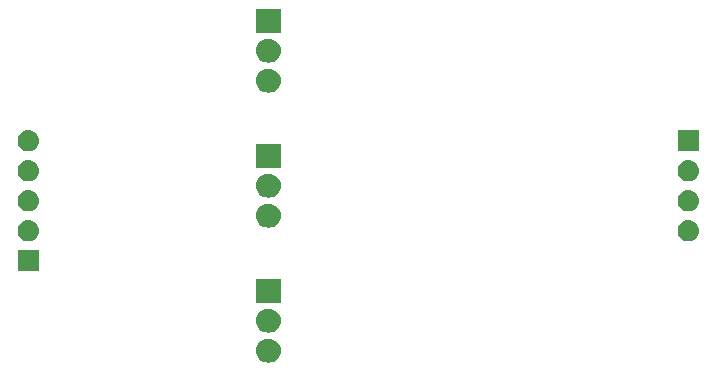
<source format=gbr>
G04 #@! TF.GenerationSoftware,KiCad,Pcbnew,(5.1.4)-1*
G04 #@! TF.CreationDate,2020-01-19T14:57:57-08:00*
G04 #@! TF.ProjectId,LEDStrip,4c454453-7472-4697-902e-6b696361645f,rev?*
G04 #@! TF.SameCoordinates,Original*
G04 #@! TF.FileFunction,Soldermask,Bot*
G04 #@! TF.FilePolarity,Negative*
%FSLAX46Y46*%
G04 Gerber Fmt 4.6, Leading zero omitted, Abs format (unit mm)*
G04 Created by KiCad (PCBNEW (5.1.4)-1) date 2020-01-19 14:57:57*
%MOMM*%
%LPD*%
G04 APERTURE LIST*
%ADD10C,0.100000*%
G04 APERTURE END LIST*
D10*
G36*
X152545936Y-72661340D02*
G01*
X152644220Y-72671020D01*
X152833381Y-72728401D01*
X153007712Y-72821583D01*
X153160515Y-72946985D01*
X153285917Y-73099788D01*
X153379099Y-73274119D01*
X153436480Y-73463280D01*
X153455855Y-73660000D01*
X153436480Y-73856720D01*
X153379099Y-74045881D01*
X153285917Y-74220212D01*
X153160515Y-74373015D01*
X153007712Y-74498417D01*
X152833381Y-74591599D01*
X152644220Y-74648980D01*
X152545936Y-74658660D01*
X152496795Y-74663500D01*
X152303205Y-74663500D01*
X152254064Y-74658660D01*
X152155780Y-74648980D01*
X151966619Y-74591599D01*
X151792288Y-74498417D01*
X151639485Y-74373015D01*
X151514083Y-74220212D01*
X151420901Y-74045881D01*
X151363520Y-73856720D01*
X151344145Y-73660000D01*
X151363520Y-73463280D01*
X151420901Y-73274119D01*
X151514083Y-73099788D01*
X151639485Y-72946985D01*
X151792288Y-72821583D01*
X151966619Y-72728401D01*
X152155780Y-72671020D01*
X152254064Y-72661340D01*
X152303205Y-72656500D01*
X152496795Y-72656500D01*
X152545936Y-72661340D01*
X152545936Y-72661340D01*
G37*
G36*
X152545936Y-70121340D02*
G01*
X152644220Y-70131020D01*
X152833381Y-70188401D01*
X153007712Y-70281583D01*
X153160515Y-70406985D01*
X153285917Y-70559788D01*
X153379099Y-70734119D01*
X153436480Y-70923280D01*
X153455855Y-71120000D01*
X153436480Y-71316720D01*
X153379099Y-71505881D01*
X153285917Y-71680212D01*
X153160515Y-71833015D01*
X153007712Y-71958417D01*
X152833381Y-72051599D01*
X152644220Y-72108980D01*
X152545936Y-72118660D01*
X152496795Y-72123500D01*
X152303205Y-72123500D01*
X152254064Y-72118660D01*
X152155780Y-72108980D01*
X151966619Y-72051599D01*
X151792288Y-71958417D01*
X151639485Y-71833015D01*
X151514083Y-71680212D01*
X151420901Y-71505881D01*
X151363520Y-71316720D01*
X151344145Y-71120000D01*
X151363520Y-70923280D01*
X151420901Y-70734119D01*
X151514083Y-70559788D01*
X151639485Y-70406985D01*
X151792288Y-70281583D01*
X151966619Y-70188401D01*
X152155780Y-70131020D01*
X152254064Y-70121340D01*
X152303205Y-70116500D01*
X152496795Y-70116500D01*
X152545936Y-70121340D01*
X152545936Y-70121340D01*
G37*
G36*
X153451000Y-69583500D02*
G01*
X151349000Y-69583500D01*
X151349000Y-67576500D01*
X153451000Y-67576500D01*
X153451000Y-69583500D01*
X153451000Y-69583500D01*
G37*
G36*
X132981000Y-66941000D02*
G01*
X131179000Y-66941000D01*
X131179000Y-65139000D01*
X132981000Y-65139000D01*
X132981000Y-66941000D01*
X132981000Y-66941000D01*
G37*
G36*
X132190442Y-62605518D02*
G01*
X132256627Y-62612037D01*
X132426466Y-62663557D01*
X132582991Y-62747222D01*
X132618729Y-62776552D01*
X132720186Y-62859814D01*
X132788466Y-62943015D01*
X132832778Y-62997009D01*
X132916443Y-63153534D01*
X132967963Y-63323373D01*
X132985359Y-63500000D01*
X132967963Y-63676627D01*
X132916443Y-63846466D01*
X132832778Y-64002991D01*
X132803448Y-64038729D01*
X132720186Y-64140186D01*
X132618729Y-64223448D01*
X132582991Y-64252778D01*
X132426466Y-64336443D01*
X132256627Y-64387963D01*
X132190442Y-64394482D01*
X132124260Y-64401000D01*
X132035740Y-64401000D01*
X131969558Y-64394482D01*
X131903373Y-64387963D01*
X131733534Y-64336443D01*
X131577009Y-64252778D01*
X131541271Y-64223448D01*
X131439814Y-64140186D01*
X131356552Y-64038729D01*
X131327222Y-64002991D01*
X131243557Y-63846466D01*
X131192037Y-63676627D01*
X131174641Y-63500000D01*
X131192037Y-63323373D01*
X131243557Y-63153534D01*
X131327222Y-62997009D01*
X131371534Y-62943015D01*
X131439814Y-62859814D01*
X131541271Y-62776552D01*
X131577009Y-62747222D01*
X131733534Y-62663557D01*
X131903373Y-62612037D01*
X131969558Y-62605518D01*
X132035740Y-62599000D01*
X132124260Y-62599000D01*
X132190442Y-62605518D01*
X132190442Y-62605518D01*
G37*
G36*
X188070442Y-62605518D02*
G01*
X188136627Y-62612037D01*
X188306466Y-62663557D01*
X188462991Y-62747222D01*
X188498729Y-62776552D01*
X188600186Y-62859814D01*
X188668466Y-62943015D01*
X188712778Y-62997009D01*
X188796443Y-63153534D01*
X188847963Y-63323373D01*
X188865359Y-63500000D01*
X188847963Y-63676627D01*
X188796443Y-63846466D01*
X188712778Y-64002991D01*
X188683448Y-64038729D01*
X188600186Y-64140186D01*
X188498729Y-64223448D01*
X188462991Y-64252778D01*
X188306466Y-64336443D01*
X188136627Y-64387963D01*
X188070442Y-64394482D01*
X188004260Y-64401000D01*
X187915740Y-64401000D01*
X187849558Y-64394482D01*
X187783373Y-64387963D01*
X187613534Y-64336443D01*
X187457009Y-64252778D01*
X187421271Y-64223448D01*
X187319814Y-64140186D01*
X187236552Y-64038729D01*
X187207222Y-64002991D01*
X187123557Y-63846466D01*
X187072037Y-63676627D01*
X187054641Y-63500000D01*
X187072037Y-63323373D01*
X187123557Y-63153534D01*
X187207222Y-62997009D01*
X187251534Y-62943015D01*
X187319814Y-62859814D01*
X187421271Y-62776552D01*
X187457009Y-62747222D01*
X187613534Y-62663557D01*
X187783373Y-62612037D01*
X187849558Y-62605518D01*
X187915740Y-62599000D01*
X188004260Y-62599000D01*
X188070442Y-62605518D01*
X188070442Y-62605518D01*
G37*
G36*
X152545936Y-61231340D02*
G01*
X152644220Y-61241020D01*
X152833381Y-61298401D01*
X153007712Y-61391583D01*
X153160515Y-61516985D01*
X153285917Y-61669788D01*
X153379099Y-61844119D01*
X153436480Y-62033280D01*
X153455855Y-62230000D01*
X153436480Y-62426720D01*
X153379099Y-62615881D01*
X153285917Y-62790212D01*
X153160515Y-62943015D01*
X153007712Y-63068417D01*
X152833381Y-63161599D01*
X152644220Y-63218980D01*
X152545936Y-63228660D01*
X152496795Y-63233500D01*
X152303205Y-63233500D01*
X152254064Y-63228660D01*
X152155780Y-63218980D01*
X151966619Y-63161599D01*
X151792288Y-63068417D01*
X151639485Y-62943015D01*
X151514083Y-62790212D01*
X151420901Y-62615881D01*
X151363520Y-62426720D01*
X151344145Y-62230000D01*
X151363520Y-62033280D01*
X151420901Y-61844119D01*
X151514083Y-61669788D01*
X151639485Y-61516985D01*
X151792288Y-61391583D01*
X151966619Y-61298401D01*
X152155780Y-61241020D01*
X152254064Y-61231340D01*
X152303205Y-61226500D01*
X152496795Y-61226500D01*
X152545936Y-61231340D01*
X152545936Y-61231340D01*
G37*
G36*
X188070442Y-60065518D02*
G01*
X188136627Y-60072037D01*
X188306466Y-60123557D01*
X188462991Y-60207222D01*
X188498729Y-60236552D01*
X188600186Y-60319814D01*
X188668466Y-60403015D01*
X188712778Y-60457009D01*
X188796443Y-60613534D01*
X188847963Y-60783373D01*
X188865359Y-60960000D01*
X188847963Y-61136627D01*
X188796443Y-61306466D01*
X188712778Y-61462991D01*
X188683448Y-61498729D01*
X188600186Y-61600186D01*
X188515374Y-61669788D01*
X188462991Y-61712778D01*
X188306466Y-61796443D01*
X188136627Y-61847963D01*
X188070443Y-61854481D01*
X188004260Y-61861000D01*
X187915740Y-61861000D01*
X187849557Y-61854481D01*
X187783373Y-61847963D01*
X187613534Y-61796443D01*
X187457009Y-61712778D01*
X187404626Y-61669788D01*
X187319814Y-61600186D01*
X187236552Y-61498729D01*
X187207222Y-61462991D01*
X187123557Y-61306466D01*
X187072037Y-61136627D01*
X187054641Y-60960000D01*
X187072037Y-60783373D01*
X187123557Y-60613534D01*
X187207222Y-60457009D01*
X187251534Y-60403015D01*
X187319814Y-60319814D01*
X187421271Y-60236552D01*
X187457009Y-60207222D01*
X187613534Y-60123557D01*
X187783373Y-60072037D01*
X187849558Y-60065518D01*
X187915740Y-60059000D01*
X188004260Y-60059000D01*
X188070442Y-60065518D01*
X188070442Y-60065518D01*
G37*
G36*
X132190442Y-60065518D02*
G01*
X132256627Y-60072037D01*
X132426466Y-60123557D01*
X132582991Y-60207222D01*
X132618729Y-60236552D01*
X132720186Y-60319814D01*
X132788466Y-60403015D01*
X132832778Y-60457009D01*
X132916443Y-60613534D01*
X132967963Y-60783373D01*
X132985359Y-60960000D01*
X132967963Y-61136627D01*
X132916443Y-61306466D01*
X132832778Y-61462991D01*
X132803448Y-61498729D01*
X132720186Y-61600186D01*
X132635374Y-61669788D01*
X132582991Y-61712778D01*
X132426466Y-61796443D01*
X132256627Y-61847963D01*
X132190443Y-61854481D01*
X132124260Y-61861000D01*
X132035740Y-61861000D01*
X131969557Y-61854481D01*
X131903373Y-61847963D01*
X131733534Y-61796443D01*
X131577009Y-61712778D01*
X131524626Y-61669788D01*
X131439814Y-61600186D01*
X131356552Y-61498729D01*
X131327222Y-61462991D01*
X131243557Y-61306466D01*
X131192037Y-61136627D01*
X131174641Y-60960000D01*
X131192037Y-60783373D01*
X131243557Y-60613534D01*
X131327222Y-60457009D01*
X131371534Y-60403015D01*
X131439814Y-60319814D01*
X131541271Y-60236552D01*
X131577009Y-60207222D01*
X131733534Y-60123557D01*
X131903373Y-60072037D01*
X131969558Y-60065518D01*
X132035740Y-60059000D01*
X132124260Y-60059000D01*
X132190442Y-60065518D01*
X132190442Y-60065518D01*
G37*
G36*
X152545936Y-58691340D02*
G01*
X152644220Y-58701020D01*
X152833381Y-58758401D01*
X153007712Y-58851583D01*
X153160515Y-58976985D01*
X153285917Y-59129788D01*
X153379099Y-59304119D01*
X153436480Y-59493280D01*
X153455855Y-59690000D01*
X153436480Y-59886720D01*
X153379099Y-60075881D01*
X153285917Y-60250212D01*
X153160515Y-60403015D01*
X153007712Y-60528417D01*
X152833381Y-60621599D01*
X152644220Y-60678980D01*
X152545936Y-60688660D01*
X152496795Y-60693500D01*
X152303205Y-60693500D01*
X152254064Y-60688660D01*
X152155780Y-60678980D01*
X151966619Y-60621599D01*
X151792288Y-60528417D01*
X151639485Y-60403015D01*
X151514083Y-60250212D01*
X151420901Y-60075881D01*
X151363520Y-59886720D01*
X151344145Y-59690000D01*
X151363520Y-59493280D01*
X151420901Y-59304119D01*
X151514083Y-59129788D01*
X151639485Y-58976985D01*
X151792288Y-58851583D01*
X151966619Y-58758401D01*
X152155780Y-58701020D01*
X152254064Y-58691340D01*
X152303205Y-58686500D01*
X152496795Y-58686500D01*
X152545936Y-58691340D01*
X152545936Y-58691340D01*
G37*
G36*
X188070443Y-57525519D02*
G01*
X188136627Y-57532037D01*
X188306466Y-57583557D01*
X188462991Y-57667222D01*
X188498729Y-57696552D01*
X188600186Y-57779814D01*
X188683448Y-57881271D01*
X188712778Y-57917009D01*
X188796443Y-58073534D01*
X188847963Y-58243373D01*
X188865359Y-58420000D01*
X188847963Y-58596627D01*
X188796443Y-58766466D01*
X188712778Y-58922991D01*
X188683448Y-58958729D01*
X188600186Y-59060186D01*
X188515374Y-59129788D01*
X188462991Y-59172778D01*
X188306466Y-59256443D01*
X188136627Y-59307963D01*
X188070442Y-59314482D01*
X188004260Y-59321000D01*
X187915740Y-59321000D01*
X187849558Y-59314482D01*
X187783373Y-59307963D01*
X187613534Y-59256443D01*
X187457009Y-59172778D01*
X187404626Y-59129788D01*
X187319814Y-59060186D01*
X187236552Y-58958729D01*
X187207222Y-58922991D01*
X187123557Y-58766466D01*
X187072037Y-58596627D01*
X187054641Y-58420000D01*
X187072037Y-58243373D01*
X187123557Y-58073534D01*
X187207222Y-57917009D01*
X187236552Y-57881271D01*
X187319814Y-57779814D01*
X187421271Y-57696552D01*
X187457009Y-57667222D01*
X187613534Y-57583557D01*
X187783373Y-57532037D01*
X187849557Y-57525519D01*
X187915740Y-57519000D01*
X188004260Y-57519000D01*
X188070443Y-57525519D01*
X188070443Y-57525519D01*
G37*
G36*
X132190443Y-57525519D02*
G01*
X132256627Y-57532037D01*
X132426466Y-57583557D01*
X132582991Y-57667222D01*
X132618729Y-57696552D01*
X132720186Y-57779814D01*
X132803448Y-57881271D01*
X132832778Y-57917009D01*
X132916443Y-58073534D01*
X132967963Y-58243373D01*
X132985359Y-58420000D01*
X132967963Y-58596627D01*
X132916443Y-58766466D01*
X132832778Y-58922991D01*
X132803448Y-58958729D01*
X132720186Y-59060186D01*
X132635374Y-59129788D01*
X132582991Y-59172778D01*
X132426466Y-59256443D01*
X132256627Y-59307963D01*
X132190442Y-59314482D01*
X132124260Y-59321000D01*
X132035740Y-59321000D01*
X131969558Y-59314482D01*
X131903373Y-59307963D01*
X131733534Y-59256443D01*
X131577009Y-59172778D01*
X131524626Y-59129788D01*
X131439814Y-59060186D01*
X131356552Y-58958729D01*
X131327222Y-58922991D01*
X131243557Y-58766466D01*
X131192037Y-58596627D01*
X131174641Y-58420000D01*
X131192037Y-58243373D01*
X131243557Y-58073534D01*
X131327222Y-57917009D01*
X131356552Y-57881271D01*
X131439814Y-57779814D01*
X131541271Y-57696552D01*
X131577009Y-57667222D01*
X131733534Y-57583557D01*
X131903373Y-57532037D01*
X131969557Y-57525519D01*
X132035740Y-57519000D01*
X132124260Y-57519000D01*
X132190443Y-57525519D01*
X132190443Y-57525519D01*
G37*
G36*
X153451000Y-58153500D02*
G01*
X151349000Y-58153500D01*
X151349000Y-56146500D01*
X153451000Y-56146500D01*
X153451000Y-58153500D01*
X153451000Y-58153500D01*
G37*
G36*
X132190443Y-54985519D02*
G01*
X132256627Y-54992037D01*
X132426466Y-55043557D01*
X132582991Y-55127222D01*
X132618729Y-55156552D01*
X132720186Y-55239814D01*
X132803448Y-55341271D01*
X132832778Y-55377009D01*
X132916443Y-55533534D01*
X132967963Y-55703373D01*
X132985359Y-55880000D01*
X132967963Y-56056627D01*
X132916443Y-56226466D01*
X132832778Y-56382991D01*
X132803448Y-56418729D01*
X132720186Y-56520186D01*
X132618729Y-56603448D01*
X132582991Y-56632778D01*
X132426466Y-56716443D01*
X132256627Y-56767963D01*
X132190443Y-56774481D01*
X132124260Y-56781000D01*
X132035740Y-56781000D01*
X131969557Y-56774481D01*
X131903373Y-56767963D01*
X131733534Y-56716443D01*
X131577009Y-56632778D01*
X131541271Y-56603448D01*
X131439814Y-56520186D01*
X131356552Y-56418729D01*
X131327222Y-56382991D01*
X131243557Y-56226466D01*
X131192037Y-56056627D01*
X131174641Y-55880000D01*
X131192037Y-55703373D01*
X131243557Y-55533534D01*
X131327222Y-55377009D01*
X131356552Y-55341271D01*
X131439814Y-55239814D01*
X131541271Y-55156552D01*
X131577009Y-55127222D01*
X131733534Y-55043557D01*
X131903373Y-54992037D01*
X131969557Y-54985519D01*
X132035740Y-54979000D01*
X132124260Y-54979000D01*
X132190443Y-54985519D01*
X132190443Y-54985519D01*
G37*
G36*
X188861000Y-56781000D02*
G01*
X187059000Y-56781000D01*
X187059000Y-54979000D01*
X188861000Y-54979000D01*
X188861000Y-56781000D01*
X188861000Y-56781000D01*
G37*
G36*
X152545936Y-49801340D02*
G01*
X152644220Y-49811020D01*
X152833381Y-49868401D01*
X153007712Y-49961583D01*
X153160515Y-50086985D01*
X153285917Y-50239788D01*
X153379099Y-50414119D01*
X153436480Y-50603280D01*
X153455855Y-50800000D01*
X153436480Y-50996720D01*
X153379099Y-51185881D01*
X153285917Y-51360212D01*
X153160515Y-51513015D01*
X153007712Y-51638417D01*
X152833381Y-51731599D01*
X152644220Y-51788980D01*
X152545936Y-51798660D01*
X152496795Y-51803500D01*
X152303205Y-51803500D01*
X152254064Y-51798660D01*
X152155780Y-51788980D01*
X151966619Y-51731599D01*
X151792288Y-51638417D01*
X151639485Y-51513015D01*
X151514083Y-51360212D01*
X151420901Y-51185881D01*
X151363520Y-50996720D01*
X151344145Y-50800000D01*
X151363520Y-50603280D01*
X151420901Y-50414119D01*
X151514083Y-50239788D01*
X151639485Y-50086985D01*
X151792288Y-49961583D01*
X151966619Y-49868401D01*
X152155780Y-49811020D01*
X152254064Y-49801340D01*
X152303205Y-49796500D01*
X152496795Y-49796500D01*
X152545936Y-49801340D01*
X152545936Y-49801340D01*
G37*
G36*
X152545936Y-47261340D02*
G01*
X152644220Y-47271020D01*
X152833381Y-47328401D01*
X153007712Y-47421583D01*
X153160515Y-47546985D01*
X153285917Y-47699788D01*
X153379099Y-47874119D01*
X153436480Y-48063280D01*
X153455855Y-48260000D01*
X153436480Y-48456720D01*
X153379099Y-48645881D01*
X153285917Y-48820212D01*
X153160515Y-48973015D01*
X153007712Y-49098417D01*
X152833381Y-49191599D01*
X152644220Y-49248980D01*
X152545936Y-49258660D01*
X152496795Y-49263500D01*
X152303205Y-49263500D01*
X152254064Y-49258660D01*
X152155780Y-49248980D01*
X151966619Y-49191599D01*
X151792288Y-49098417D01*
X151639485Y-48973015D01*
X151514083Y-48820212D01*
X151420901Y-48645881D01*
X151363520Y-48456720D01*
X151344145Y-48260000D01*
X151363520Y-48063280D01*
X151420901Y-47874119D01*
X151514083Y-47699788D01*
X151639485Y-47546985D01*
X151792288Y-47421583D01*
X151966619Y-47328401D01*
X152155780Y-47271020D01*
X152254064Y-47261340D01*
X152303205Y-47256500D01*
X152496795Y-47256500D01*
X152545936Y-47261340D01*
X152545936Y-47261340D01*
G37*
G36*
X153451000Y-46723500D02*
G01*
X151349000Y-46723500D01*
X151349000Y-44716500D01*
X153451000Y-44716500D01*
X153451000Y-46723500D01*
X153451000Y-46723500D01*
G37*
M02*

</source>
